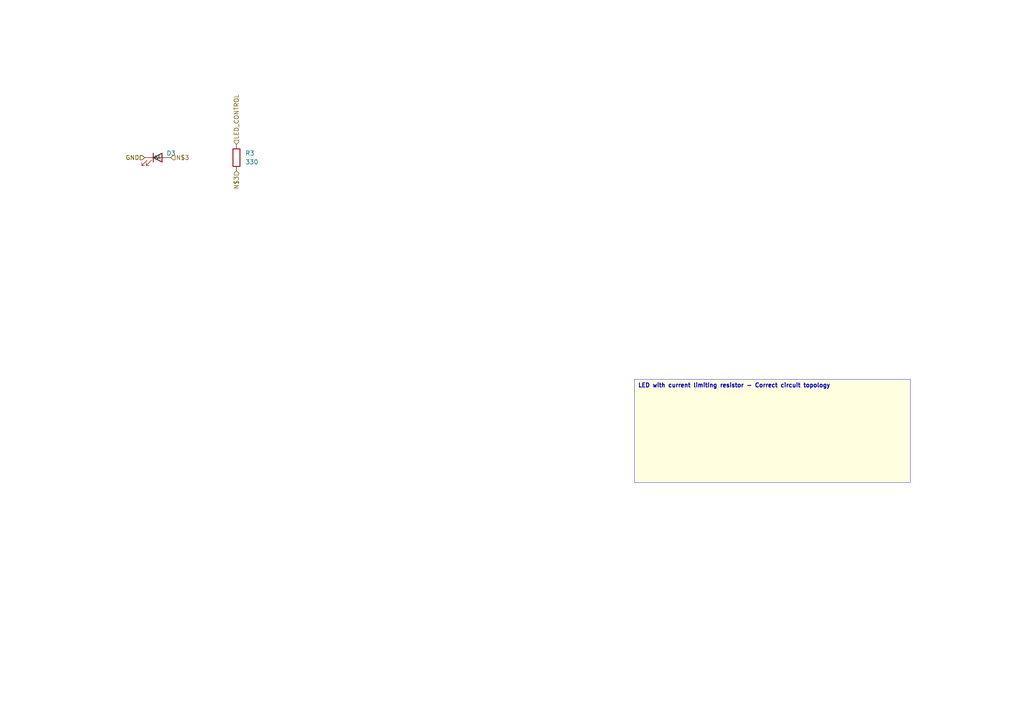
<source format=kicad_sch>
(kicad_sch (version 20250114) (generator "kicad_api") (generator_version 9.0)
  (paper A4)
  (paper A4)
  (lib_symbols
    (symbol "Device:LED" (pin_numbers hide) (pin_names (offset 0.254))
      (property "Reference" "{'value': 'D', 'position': {'x': 0.0, 'y': 2.54, 'rotation': 0.0}, 'effects': {'font_size': [1.27, 1.27]}}" (at 0.0 0.0 0))
      (property "Value" "{'value': 'LED', 'position': {'x': 0.0, 'y': -2.54, 'rotation': 0.0}, 'effects': {'font_size': [1.27, 1.27]}}" (at 0.0 0.0 0))
      (property "Sim.Pins" "{'value': '1=K 2=A', 'position': {'x': 0.0, 'y': 0.0, 'rotation': 0.0}, 'effects': {'font_size': [1.27, 1.27]}}" (at 0.0 0.0 0))
      (symbol "LED_0_1"
        (polyline (pts (xy -3.048 -0.762) (xy -4.572 -2.286) (xy -3.81 -2.286) (xy -4.572 -2.286) (xy -4.572 -1.524)) (stroke (width 0.0)))
        (polyline (pts (xy -1.778 -0.762) (xy -3.302 -2.286) (xy -2.54 -2.286) (xy -3.302 -2.286) (xy -3.302 -1.524)) (stroke (width 0.0)))
        (polyline (pts (xy -1.27 0.0) (xy 1.27 0.0)) (stroke (width 0.0)))
        (polyline (pts (xy -1.27 -1.27) (xy -1.27 1.27)) (stroke (width 0.254)))
        (polyline (pts (xy 1.27 -1.27) (xy 1.27 1.27) (xy -1.27 0.0) (xy 1.27 -1.27)) (stroke (width 0.254)))
      )
      (symbol "LED_1_1"
        (pin passive line (at -3.81 0.0 0) (length 2.54) (name K) (number "1"))
        (pin passive line (at 3.81 0.0 180) (length 2.54) (name A) (number "2"))
      )
    )
    (symbol "Device:R" (pin_numbers hide) (pin_names (offset 0.254))
      (property "Reference" "{'value': 'R', 'position': {'x': 2.032, 'y': 0.0, 'rotation': 90.0}, 'effects': {'font_size': [1.27, 1.27]}}" (at 0.0 0.0 0))
      (property "Value" "{'value': 'R', 'position': {'x': 0.0, 'y': 0.0, 'rotation': 90.0}, 'effects': {'font_size': [1.27, 1.27]}}" (at 0.0 0.0 0))
      (symbol "R_0_1"
        (rectangle (start -1.016 -2.54) (end 1.016 2.54) (stroke (width 0.254)))
      )
      (symbol "R_1_1"
        (pin passive line (at 0.0 3.81 270) (length 1.27) (name ~) (number "1"))
        (pin passive line (at 0.0 -3.81 90) (length 1.27) (name ~) (number "2"))
      )
    )
  )
  (title_block (title LED_Blinker) (date 2025-08-02) (company Circuit-Synth))
  (symbol (lib_id Device:LED) (at 45.72 45.72 0)
    (property "Reference" "D3" (at 48.26 44.449999999999996 0) (effects (justify left)))
    (property "Footprint" "LED_SMD:LED_0805_2012Metric" (effects (hide yes)))
    (instances (project "circuit" (path "" (reference D3) (unit 1))) (project "ESP32_C6_Dev_Board" (path "" (reference D3) (unit 1))))
  )
  (symbol (lib_id Device:R) (at 68.58 45.72 0)
    (property "Reference" "R3" (at 71.12 44.449999999999996 0) (effects (justify left)))
    (property "Value" "330" (at 71.12 46.99 0) (effects (justify left)))
    (property "Footprint" "Resistor_SMD:R_0805_2012Metric" (effects (hide yes)))
    (instances (project "circuit" (path "" (reference R3) (unit 1))) (project "ESP32_C6_Dev_Board" (path "" (reference R3) (unit 1))))
  )
  (hierarchical_label GND (shape input) (at 41.91 45.72 180))
  (hierarchical_label GND (shape input) (at 41.91 45.72 180))
  (hierarchical_label N$3 (shape input) (at 49.53 45.72 0))
  (hierarchical_label N$3 (shape input) (at 68.58 49.53 270))
  (hierarchical_label LED_CONTROL (shape input) (at 68.58 41.91 90))
  (text_box "LED with current limiting resistor - Correct circuit topology" (exclude_from_sim yes) (at 184.0 110.0 0) (size 80.0 30.0) (margins 1.0 1.0 1.0 1.0) (stroke (width 0.1)) (fill (type color) (color 255 255 224 1)) (effects (font (size 1.2 1.2) (thickness 0.254)) (justify left top)))
)
</source>
